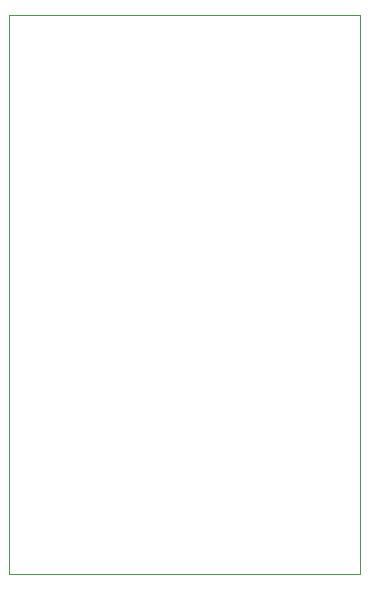
<source format=gbr>
%TF.GenerationSoftware,KiCad,Pcbnew,(6.0.4)*%
%TF.CreationDate,2022-06-13T20:22:48+02:00*%
%TF.ProjectId,Stamp,5374616d-702e-46b6-9963-61645f706362,rev?*%
%TF.SameCoordinates,Original*%
%TF.FileFunction,Profile,NP*%
%FSLAX46Y46*%
G04 Gerber Fmt 4.6, Leading zero omitted, Abs format (unit mm)*
G04 Created by KiCad (PCBNEW (6.0.4)) date 2022-06-13 20:22:48*
%MOMM*%
%LPD*%
G01*
G04 APERTURE LIST*
%TA.AperFunction,Profile*%
%ADD10C,0.100000*%
%TD*%
G04 APERTURE END LIST*
D10*
X80264000Y-93345000D02*
X109982000Y-93345000D01*
X109982000Y-93345000D02*
X109982000Y-140716000D01*
X109982000Y-140716000D02*
X80264000Y-140716000D01*
X80264000Y-140716000D02*
X80264000Y-93345000D01*
M02*

</source>
